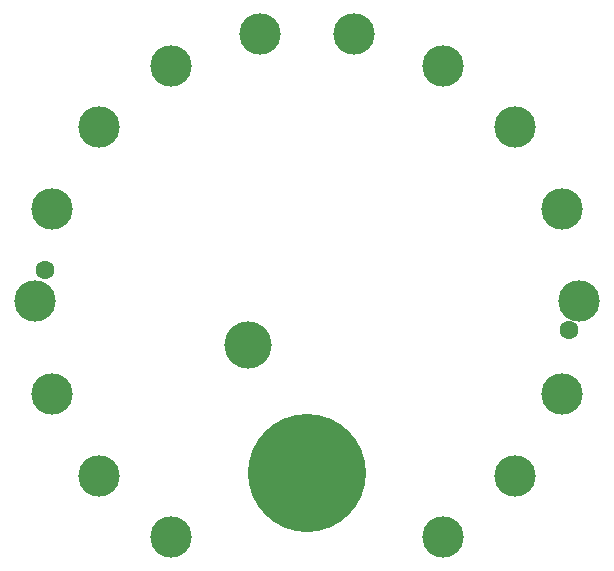
<source format=gbs>
%TF.GenerationSoftware,KiCad,Pcbnew,9.0.0*%
%TF.CreationDate,2025-02-26T13:26:57-06:00*%
%TF.ProjectId,obverse,6f627665-7273-4652-9e6b-696361645f70,rev?*%
%TF.SameCoordinates,Original*%
%TF.FileFunction,Soldermask,Bot*%
%TF.FilePolarity,Negative*%
%FSLAX46Y46*%
G04 Gerber Fmt 4.6, Leading zero omitted, Abs format (unit mm)*
G04 Created by KiCad (PCBNEW 9.0.0) date 2025-02-26 13:26:57*
%MOMM*%
%LPD*%
G01*
G04 APERTURE LIST*
%ADD10C,3.500000*%
%ADD11C,1.600000*%
%ADD12C,4.000000*%
%ADD13C,10.000000*%
G04 APERTURE END LIST*
D10*
%TO.C,aperture-D4*%
X127000000Y-50000000D03*
%TD*%
%TO.C,aperture-D3*%
X128387000Y-57866000D03*
%TD*%
%TO.C,aperture-D15*%
X167619000Y-64784000D03*
%TD*%
D11*
%TO.C,align-o2*%
X172200000Y-52400000D03*
%TD*%
D10*
%TO.C,aperture-D11*%
X167619000Y-35215900D03*
%TD*%
%TO.C,aperture-D8*%
X146006000Y-27349400D03*
%TD*%
%TO.C,aperture-D16*%
X161500000Y-69919000D03*
%TD*%
%TO.C,aperture-D5*%
X128387000Y-42133500D03*
%TD*%
%TO.C,aperture-D7*%
X138500000Y-30081400D03*
%TD*%
%TO.C,aperture-D13*%
X173000000Y-50000000D03*
%TD*%
%TO.C,aperture-D14*%
X171613000Y-57866000D03*
%TD*%
%TO.C,aperture-D12*%
X171613000Y-42133500D03*
%TD*%
%TO.C,aperture-D6*%
X132381000Y-35215900D03*
%TD*%
%TO.C,aperture-D2*%
X132381000Y-64784000D03*
%TD*%
%TO.C,aperture-D9*%
X153994000Y-27349400D03*
%TD*%
%TO.C,aperture-D10*%
X161500000Y-30081400D03*
%TD*%
D11*
%TO.C,align-o1*%
X127800000Y-47300000D03*
%TD*%
D10*
%TO.C,aperture-D1*%
X138500000Y-69919000D03*
%TD*%
D12*
%TO.C,contact-o1*%
X144996000Y-53670000D03*
%TD*%
D13*
%TO.C,+*%
X150000000Y-64500000D03*
%TD*%
D12*
%TO.C,B2*%
X150000000Y-64500000D03*
%TD*%
M02*

</source>
